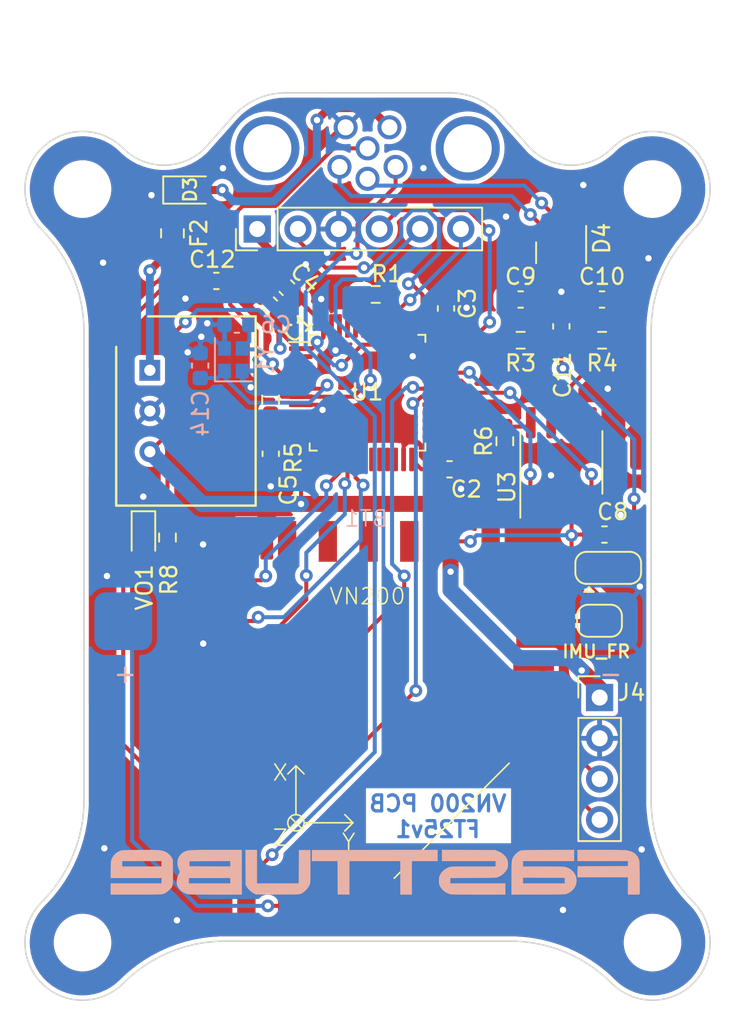
<source format=kicad_pcb>
(kicad_pcb
	(version 20240108)
	(generator "pcbnew")
	(generator_version "8.0")
	(general
		(thickness 1.6)
		(legacy_teardrops no)
	)
	(paper "A4")
	(layers
		(0 "F.Cu" signal)
		(31 "B.Cu" signal)
		(32 "B.Adhes" user "B.Adhesive")
		(33 "F.Adhes" user "F.Adhesive")
		(34 "B.Paste" user)
		(35 "F.Paste" user)
		(36 "B.SilkS" user "B.Silkscreen")
		(37 "F.SilkS" user "F.Silkscreen")
		(38 "B.Mask" user)
		(39 "F.Mask" user)
		(40 "Dwgs.User" user "User.Drawings")
		(41 "Cmts.User" user "User.Comments")
		(42 "Eco1.User" user "User.Eco1")
		(43 "Eco2.User" user "User.Eco2")
		(44 "Edge.Cuts" user)
		(45 "Margin" user)
		(46 "B.CrtYd" user "B.Courtyard")
		(47 "F.CrtYd" user "F.Courtyard")
		(48 "B.Fab" user)
		(49 "F.Fab" user)
		(50 "User.1" user)
		(51 "User.2" user)
		(52 "User.3" user)
		(53 "User.4" user)
		(54 "User.5" user)
		(55 "User.6" user)
		(56 "User.7" user)
		(57 "User.8" user)
		(58 "User.9" user)
	)
	(setup
		(stackup
			(layer "F.SilkS"
				(type "Top Silk Screen")
			)
			(layer "F.Paste"
				(type "Top Solder Paste")
			)
			(layer "F.Mask"
				(type "Top Solder Mask")
				(thickness 0.01)
			)
			(layer "F.Cu"
				(type "copper")
				(thickness 0.035)
			)
			(layer "dielectric 1"
				(type "core")
				(thickness 1.51)
				(material "FR4")
				(epsilon_r 4.5)
				(loss_tangent 0.02)
			)
			(layer "B.Cu"
				(type "copper")
				(thickness 0.035)
			)
			(layer "B.Mask"
				(type "Bottom Solder Mask")
				(thickness 0.01)
			)
			(layer "B.Paste"
				(type "Bottom Solder Paste")
			)
			(layer "B.SilkS"
				(type "Bottom Silk Screen")
			)
			(copper_finish "None")
			(dielectric_constraints no)
		)
		(pad_to_mask_clearance 0)
		(allow_soldermask_bridges_in_footprints no)
		(aux_axis_origin 142.24 63.5)
		(pcbplotparams
			(layerselection 0x00010fc_ffffffff)
			(plot_on_all_layers_selection 0x0000000_00000000)
			(disableapertmacros no)
			(usegerberextensions no)
			(usegerberattributes yes)
			(usegerberadvancedattributes yes)
			(creategerberjobfile no)
			(dashed_line_dash_ratio 12.000000)
			(dashed_line_gap_ratio 3.000000)
			(svgprecision 4)
			(plotframeref no)
			(viasonmask no)
			(mode 1)
			(useauxorigin yes)
			(hpglpennumber 1)
			(hpglpenspeed 20)
			(hpglpendiameter 15.000000)
			(pdf_front_fp_property_popups yes)
			(pdf_back_fp_property_popups yes)
			(dxfpolygonmode yes)
			(dxfimperialunits yes)
			(dxfusepcbnewfont yes)
			(psnegative no)
			(psa4output no)
			(plotreference yes)
			(plotvalue no)
			(plotfptext yes)
			(plotinvisibletext no)
			(sketchpadsonfab no)
			(subtractmaskfromsilk yes)
			(outputformat 1)
			(mirror no)
			(drillshape 0)
			(scaleselection 1)
			(outputdirectory "gerber/")
		)
	)
	(net 0 "")
	(net 1 "Net-(BT1-+)")
	(net 2 "GND")
	(net 3 "/CAN_H")
	(net 4 "/CAN_L")
	(net 5 "/Vref")
	(net 6 "/NRST")
	(net 7 "/SWCLK")
	(net 8 "/SWDIO")
	(net 9 "/SWO")
	(net 10 "Net-(JP1-A)")
	(net 11 "Net-(U1-BOOT0)")
	(net 12 "Net-(U3-Rs)")
	(net 13 "unconnected-(U1-PC13-Pad2)")
	(net 14 "unconnected-(U1-PC14-Pad3)")
	(net 15 "unconnected-(U1-PC15-Pad4)")
	(net 16 "Net-(U1-PF0)")
	(net 17 "Net-(U1-PF1)")
	(net 18 "unconnected-(U1-PA0-Pad10)")
	(net 19 "unconnected-(U1-PA1-Pad11)")
	(net 20 "unconnected-(U1-PA2-Pad12)")
	(net 21 "unconnected-(U1-PA3-Pad13)")
	(net 22 "unconnected-(U1-PA4-Pad14)")
	(net 23 "Net-(U1-PA5)")
	(net 24 "Net-(U1-PA6)")
	(net 25 "Net-(U1-PA7)")
	(net 26 "unconnected-(U1-PB0-Pad18)")
	(net 27 "unconnected-(U1-PB1-Pad19)")
	(net 28 "unconnected-(U1-PB2-Pad20)")
	(net 29 "unconnected-(U1-PB10-Pad21)")
	(net 30 "unconnected-(U1-PB11-Pad22)")
	(net 31 "unconnected-(U1-PB12-Pad25)")
	(net 32 "unconnected-(U1-PB13-Pad26)")
	(net 33 "unconnected-(U1-PB14-Pad27)")
	(net 34 "unconnected-(U1-PB15-Pad28)")
	(net 35 "unconnected-(U1-PA8-Pad29)")
	(net 36 "Net-(U1-PA9)")
	(net 37 "Net-(U1-PA10)")
	(net 38 "/CAN_RX")
	(net 39 "/CAN_TX")
	(net 40 "Net-(VO1-A)")
	(net 41 "unconnected-(U1-PB4-Pad40)")
	(net 42 "unconnected-(U1-PB5-Pad41)")
	(net 43 "unconnected-(U1-PB6-Pad42)")
	(net 44 "unconnected-(U1-PB7-Pad43)")
	(net 45 "unconnected-(U1-PB8-Pad45)")
	(net 46 "unconnected-(U1-PB9-Pad46)")
	(net 47 "/UART IN")
	(net 48 "/UART OUT")
	(net 49 "unconnected-(VN200-SYNC_OUT-Pad9)")
	(net 50 "unconnected-(VN200-ENABLE-Pad11)")
	(net 51 "unconnected-(VN200-TX1-Pad12)")
	(net 52 "unconnected-(VN200-RX2-Pad13)")
	(net 53 "/PPS")
	(net 54 "/SYNC")
	(net 55 "Net-(JP3-C)")
	(net 56 "Net-(D3-K)")
	(net 57 "Net-(U2-VIN)")
	(net 58 "+24V")
	(net 59 "unconnected-(U1-PA15-Pad38)")
	(net 60 "+3V3")
	(footprint "Connector_PinHeader_2.54mm:PinHeader_1x06_P2.54mm_Vertical" (layer "F.Cu") (at 153.139884 65.991173 90))
	(footprint "Capacitor_SMD:C_0603_1608Metric_Pad1.08x0.95mm_HandSolder" (layer "F.Cu") (at 150.589237 69.228882 180))
	(footprint "Connector_PinHeader_2.54mm:PinHeader_1x04_P2.54mm_Vertical" (layer "F.Cu") (at 174.5 95.21))
	(footprint "Fuse:Fuse_0805_2012Metric" (layer "F.Cu") (at 147.85 66.26 -90))
	(footprint (layer "F.Cu") (at 143.14 99))
	(footprint "MountingHole:MountingHole_3.2mm_M3" (layer "F.Cu") (at 177.8 110.49))
	(footprint "Connector_Phoenix_SACC:DSI-M8MS_6CON_M8_L90" (layer "F.Cu") (at 160.02 60.96))
	(footprint "Capacitor_SMD:C_0603_1608Metric_Pad1.08x0.95mm_HandSolder" (layer "F.Cu") (at 164.91528 70.946038 90))
	(footprint "IMU:VN-200" (layer "F.Cu") (at 160.02 99.06))
	(footprint "MountingHole:MountingHole_3.2mm_M3" (layer "F.Cu") (at 142.24 63.5))
	(footprint (layer "F.Cu") (at 143.14 78))
	(footprint "Package_SO:SOIC-8_3.9x4.9mm_P1.27mm" (layer "F.Cu") (at 172.111047 80.546455 90))
	(footprint "Capacitor_SMD:C_0603_1608Metric_Pad1.08x0.95mm_HandSolder" (layer "F.Cu") (at 172.111047 72.063955 90))
	(footprint "Capacitor_SMD:C_0603_1608Metric_Pad1.08x0.95mm_HandSolder" (layer "F.Cu") (at 165.137528 80.976106))
	(footprint "Capacitor_SMD:C_0603_1608Metric_Pad1.08x0.95mm_HandSolder" (layer "F.Cu") (at 154.99 69.65 135))
	(footprint "Capacitor_SMD:C_0603_1608Metric_Pad1.08x0.95mm_HandSolder" (layer "F.Cu") (at 174.651047 70.386455))
	(footprint "Capacitor_SMD:C_0603_1608Metric_Pad1.08x0.95mm_HandSolder" (layer "F.Cu") (at 153.91633 70.717102 135))
	(footprint "LED_SMD:LED_0603_1608Metric_Pad1.05x0.95mm_HandSolder" (layer "F.Cu") (at 146.04 85.2525 -90))
	(footprint "Jumper:SolderJumper-2_P1.3mm_Open_RoundedPad1.0x1.5mm" (layer "F.Cu") (at 174.49 90.42))
	(footprint "MountingHole:MountingHole_3.2mm_M3" (layer "F.Cu") (at 177.8 63.5))
	(footprint (layer "F.Cu") (at 176.9 78))
	(footprint "Capacitor_SMD:C_0603_1608Metric_Pad1.08x0.95mm_HandSolder" (layer "F.Cu") (at 174.801126 85.044043))
	(footprint "Package_QFP:LQFP-48_7x7mm_P0.5mm" (layer "F.Cu") (at 160.02 76.2))
	(footprint "Resistor_SMD:R_0603_1608Metric_Pad0.98x0.95mm_HandSolder" (layer "F.Cu") (at 160.530628 70.070622 180))
	(footprint "Capacitor_SMD:C_0603_1608Metric_Pad1.08x0.95mm_HandSolder" (layer "F.Cu") (at 169.571047 70.386455))
	(footprint "IMU:Shielding Pad" (layer "F.Cu") (at 176.89 99))
	(footprint "Diode_SMD:D_SOD-323" (layer "F.Cu") (at 148.8825 63.56))
	(footprint "Resistor_SMD:R_0603_1608Metric_Pad0.98x0.95mm_HandSolder" (layer "F.Cu") (at 153.972571 76.627918 90))
	(footprint "Capacitor_SMD:C_0603_1608Metric_Pad1.08x0.95mm_HandSolder" (layer "F.Cu") (at 153.981722 80.01 -90))
	(footprint "Package_TO_SOT_SMD:SOT-23" (layer "F.Cu") (at 172.097587 67.472584 -90))
	(footprint "Resistor_SMD:R_0603_1608Metric_Pad0.98x0.95mm_HandSolder" (layer "F.Cu") (at 174.651047 72.926455 180))
	(footprint "Resistor_SMD:R_0603_1608Metric_Pad0.98x0.95mm_HandSolder" (layer "F.Cu") (at 168.585307 79.227229 90))
	(footprint "FaSTTUBe_Voltage_Regulators:MagI3C-FDSM-SIP-3" (layer "F.Cu") (at 148.922 77.34 -90))
	(footprint "Resistor_SMD:R_0603_1608Metric_Pad0.98x0.95mm_HandSolder" (layer "F.Cu") (at 169.571047 72.926455 180))
	(footprint "Resistor_SMD:R_0603_1608Metric_Pad0.98x0.95mm_HandSolder" (layer "F.Cu") (at 147.54 85.23 -90))
	(footprint "MountingHole:MountingHole_3.2mm_M3" (layer "F.Cu") (at 142.24 110.49))
	(footprint "Jumper:SolderJumper-3_P1.3mm_Open_RoundedPad1.0x1.5mm" (layer "F.Cu") (at 175.036 87.122))
	(footprint "LOGO" (layer "B.Cu") (at 160.5 106.07 180))
	(footprint "IMU:WA-BCPH Battery Holder" (layer "B.Cu") (at 159.93 90.45 180))
	(footprint "Capacitor_SMD:C_0603_1608Metric"
		(layer "B.Cu")
		(uuid "9fe9da03-bca6-48e3-bb17-7f0673cc8658")
		(at 151.87 71.95)
		(descr "Capacitor SMD 0603 (1608 Metric), square (rectangular) end terminal, IPC_7351 nominal, (Body size source: IPC-SM-782 page 76, https://www.pcb-3d.com/wordpress/wp-content/uploads/ipc-sm-782a_amendment_1_and_2.pdf), generated with kicad-footprint-generator")
		(tags "capacitor")
		(property "Reference" "C6"
			(at 2.43 0.01 0)
			(layer "B.SilkS")
			(uuid "3ec67efa-3289-4bc6-9c93-2ac15735c334")
			(effects
				(font
					(size 1 1)
					(thickness 0.15)
				)
				(justify mirror)
			)
		)
		(property "Value" "6p"
			(at 0 -1.43 0)
			(layer "B.Fab")
			(uuid "f1bb3116-545a-41f7-845f-41877b08d300")
			(effects
				(font
					(size 1 1)
					(thickness 0.15)
				)
				(justify mirror)
			)
		)
		(property "Footprint" "Capacitor_SMD:C_0603_1608Metric"
			(at 0 0 180)
			(unlocked yes)
			(layer "B.Fab")
			(hide yes)
			(uuid "5f03f833-99a4-4f2d-ba50-6bd624a4d8c5")
			(effects
				(font
					(size 1.27 1.27)
					(thickness 0.15)
				)
				(justify mirror)
			)
		)
		(property "Datasheet" ""
			(at 0 0 180)
			(unlocked yes)
			(layer "B.Fab")
			(hide yes)
			(uuid "bf34d716-070a-416a-be64-6e3f45324745")
			(effects
				(font
					(size 1.27 1.27)
					(thickness 0.15)
				)
				(justify mirror)
			)
		)
		(property "Description" ""
			(at 0 0 180)
			(unlocked yes)
			(layer "B.Fab")
			(hide yes)
			(uuid "c6b54338-e556-407a-bb03-8781784a488c")
			(effects
				(font
					(size 1.27 1.27)
					(thickness 0.15)
				)
				(justify mirror)
			)
		)
		(property "LCSC" "C1549"
			(at 0 0 180)
			(unlocked yes)
			(layer "B.Fab")
			(hide yes)
			(uuid "b35381ee-36cb-492f-aced-9cc9b35f8f53")
			(effects
				(font
					(size 1 1)
					(thickness 0.15)
				)
				(justify mirror)
			)
		)
		(property ki_fp_filters "C_*")
		(path "/ec31059d-0490-45ee-a136-e1402df21ec1")
		(sheetname "Root")
		(sheetfile "IMU.kicad_sch")
		(attr smd)
		(fp_line
			(start 0.14058 -0.51)
			(end -0.14058 -0.51)
			(stroke
				(width 0.12)
				(type solid)
			)
			(layer "B.SilkS")
			(uuid "763824c3-00a4-4b41-998b-1f9a18fab94c")
		)
		(fp_line
			(start 0.14058 0.51)
			(end -0.14058 0.51)
			(stroke
				(width 0.12)
				(type solid)
			)
			(layer "B.SilkS")
			(uuid "4faa2fb9-556e-486e-8119-07258ef48f1f")
		)
		(fp_line
			(start -1.48 -0.73)
			(end 1.48 -0.73)
			(stroke
				(width 0.05)
				(type solid)
			)
			(layer "B.CrtYd")
			(uuid "d7f2e7e3-1016-4082-ab41-46812f8b4d34")
		)
		(fp_line
			(start -1.48 0.73)
			(end -1.48 -0.73)
			(stroke
				(width 0.05)
				(type solid)
			)
			(layer "B.CrtYd")
			(uuid "b3e41d32-dfc9-4a08-bf69-969987557c48")
		)
		(fp_line
			(start 1.48 -0.73)
			(end 1.48 0.73)
			(stroke
				(width 0.05)
				(type solid)
			)
			(layer "B.CrtYd")
			(uuid "ca462e24-17b1-4cb9-be68-c03f150efa4f")
		)
		(fp_line
			(start 1.48 0.73)
			(end -1.48 0.73)
			(stroke
				(width 0.05)
				(type solid)
			)
			(layer "B.CrtYd")
			(uuid "f977f998-7a7c-4261-a35c-d4ba0ff33ea9")
		)
		(fp_line
			(start -0.8 -0.4)
			(end 0.8 -0.4)
			(stroke
				(width 0.1)
				(type solid)
			)
			(layer "B.Fab")
			(uuid "f3d51fa0-26c7-4e51-a40c-e7225b0715a9")
		)
		(fp_line
			(start -0.8 0.4)
			(end -0.8 -0.4)
			(stroke
				(width 0.1)
				(type solid)
			)
			(layer "B.Fab")
			(uuid "14e37ec8-a069-49f5-a8fb-f41a53b9a1bd")
		)
		(fp_line
			(start 0.8 -0.4)
			(end 0.8 0.4)
			(stroke
				(width 0.1)
				(type solid)
			)
			(layer "B.Fab")
			(uuid "80ff260e-723f-459e-8d62-e598f57a7833")
		)
		(fp_line
			(start 0.8 0.4)
			(end -0.8 0.4)
			(stroke
				(width 0.1)
				(type solid)
			)
			(layer "B.Fab")
			(uuid "dfea13e9-0411-464d-bd75-9b3a0ddf69a7")
		)
		(fp_text user
... [346969 chars truncated]
</source>
